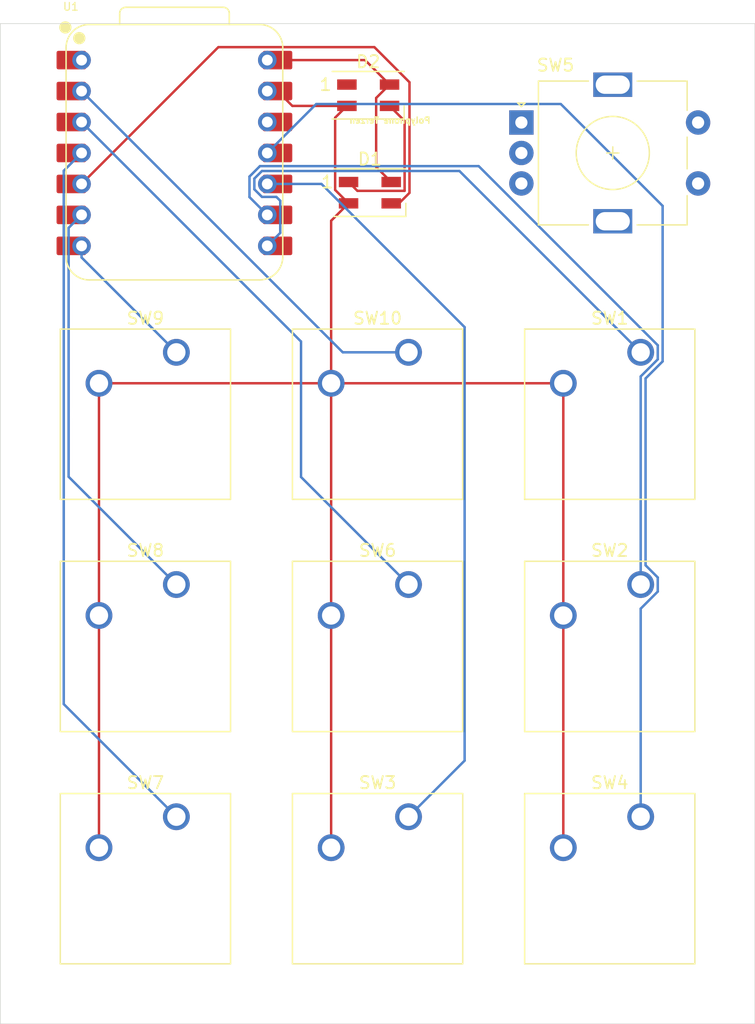
<source format=kicad_pcb>
(kicad_pcb (version 20240108) (generator "pcbnew") (generator_version "8.0")
  (layers (0 "F.Cu" signal) (31 "B.Cu" signal) (34 "B.Paste" user) (35 "F.Paste" user) (36 "B.SilkS" user "B.Silkscreen") (37 "F.SilkS" user "F.Silkscreen") (38 "B.Mask" user) (39 "F.Mask" user) (44 "Edge.Cuts" user))
  (net 0 "")
  (net 1 "Net-(D1-DOUT)")
  (net 2 "+5V")
  (net 3 "Net-(D1-DIN)")
  (net 4 "GND")
  (net 6 "Net-(U1-GPIO1{slash}RX)")
  (net 7 "Net-(U1-GPIO2{slash}SCK)")
  (net 8 "Net-(U1-GPIO4{slash}MISO)")
  (net 9 "Net-(U1-GPIO3{slash}MOSI)")
  (net 11 "Net-(U1-GPIO28{slash}ADC2{slash}A2)")
  (net 12 "Net-(U1-GPIO29{slash}ADC3{slash}A3)")
  (net 13 "Net-(U1-GPIO7{slash}SCL)")
  (net 14 "Net-(U1-GPIO0{slash}TX)")
  (net 16 "Net-(U1-GPIO27{slash}ADC1{slash}A1)")
  (footprint "Button_Switch_Keyboard:SW_Cherry_MX_1.00u_PCB" (layer "F.Cu") (at 81.12125 106.83875)
    (property "Reference" "SW3" (at -2.54 -2.794 0) (layer "F.SilkS"))
    (property "Value" "SW_Push")
    (fp_line (start -9.525 -1.905) (end 4.445 -1.905) (stroke (width 0.12)) (layer "F.SilkS"))
    (fp_line (start -9.525 12.065) (end -9.525 -1.905) (stroke (width 0.12)) (layer "F.SilkS"))
    (fp_line (start 4.445 -1.905) (end 4.445 12.065) (stroke (width 0.12)) (layer "F.SilkS"))
    (fp_line (start 4.445 12.065) (end -9.525 12.065) (stroke (width 0.12)) (layer "F.SilkS"))
    (pad "" np_thru_hole circle (at -7.62 5.08) (size 1.7 1.7) (drill 1.7) (layers "*.Cu" "*.Mask"))
    (pad "" np_thru_hole circle (at -2.54 5.08) (size 4 4) (drill 4) (layers "*.Cu" "*.Mask"))
    (pad "" np_thru_hole circle (at 2.54 5.08) (size 1.7 1.7) (drill 1.7) (layers "*.Cu" "*.Mask"))
    (pad "1" thru_hole circle (at 0 0) (size 2.2 2.2) (drill 1.5) (layers "*.Cu" "*.Mask") (net 8 "Net-(U1-GPIO4{slash}MISO)"))
    (pad "2" thru_hole circle (at -6.35 2.54) (size 2.2 2.2) (drill 1.5) (layers "*.Cu" "*.Mask") (net 4 "GND"))
  )
  (footprint "Button_Switch_Keyboard:SW_Cherry_MX_1.00u_PCB" (layer "F.Cu") (at 100.17125 68.73875)
    (property "Reference" "SW1" (at -2.54 -2.794 0) (layer "F.SilkS"))
    (property "Value" "SW_Push")
    (fp_line (start -9.525 -1.905) (end 4.445 -1.905) (stroke (width 0.12)) (layer "F.SilkS"))
    (fp_line (start -9.525 12.065) (end -9.525 -1.905) (stroke (width 0.12)) (layer "F.SilkS"))
    (fp_line (start 4.445 -1.905) (end 4.445 12.065) (stroke (width 0.12)) (layer "F.SilkS"))
    (fp_line (start 4.445 12.065) (end -9.525 12.065) (stroke (width 0.12)) (layer "F.SilkS"))
    (pad "" np_thru_hole circle (at -7.62 5.08) (size 1.7 1.7) (drill 1.7) (layers "*.Cu" "*.Mask"))
    (pad "" np_thru_hole circle (at -2.54 5.08) (size 4 4) (drill 4) (layers "*.Cu" "*.Mask"))
    (pad "" np_thru_hole circle (at 2.54 5.08) (size 1.7 1.7) (drill 1.7) (layers "*.Cu" "*.Mask"))
    (pad "1" thru_hole circle (at 0 0) (size 2.2 2.2) (drill 1.5) (layers "*.Cu" "*.Mask") (net 6 "Net-(U1-GPIO1{slash}RX)"))
    (pad "2" thru_hole circle (at -6.35 2.54) (size 2.2 2.2) (drill 1.5) (layers "*.Cu" "*.Mask") (net 4 "GND"))
  )
  (footprint "Button_Switch_Keyboard:SW_Cherry_MX_1.00u_PCB" (layer "F.Cu") (at 81.12125 68.73875)
    (property "Reference" "SW10" (at -2.54 -2.794 0) (layer "F.SilkS"))
    (property "Value" "SW_Push")
    (fp_line (start -9.525 -1.905) (end 4.445 -1.905) (stroke (width 0.12)) (layer "F.SilkS"))
    (fp_line (start -9.525 12.065) (end -9.525 -1.905) (stroke (width 0.12)) (layer "F.SilkS"))
    (fp_line (start 4.445 -1.905) (end 4.445 12.065) (stroke (width 0.12)) (layer "F.SilkS"))
    (fp_line (start 4.445 12.065) (end -9.525 12.065) (stroke (width 0.12)) (layer "F.SilkS"))
    (pad "" np_thru_hole circle (at -7.62 5.08) (size 1.7 1.7) (drill 1.7) (layers "*.Cu" "*.Mask"))
    (pad "" np_thru_hole circle (at -2.54 5.08) (size 4 4) (drill 4) (layers "*.Cu" "*.Mask"))
    (pad "" np_thru_hole circle (at 2.54 5.08) (size 1.7 1.7) (drill 1.7) (layers "*.Cu" "*.Mask"))
    (pad "1" thru_hole circle (at 0 0) (size 2.2 2.2) (drill 1.5) (layers "*.Cu" "*.Mask") (net 16 "Net-(U1-GPIO27{slash}ADC1{slash}A1)"))
    (pad "2" thru_hole circle (at -6.35 2.54) (size 2.2 2.2) (drill 1.5) (layers "*.Cu" "*.Mask") (net 4 "GND"))
  )
  (footprint "LED_SMD:LED_SK6812MINI_PLCC4_3.5x3.5mm_P1.75mm" (layer "F.Cu") (at 77.95 55.64375)
    (property "Reference" "D1" (at 0 -2.75 0) (layer "F.SilkS"))
    (property "Value" "SK6812MINI")
    (fp_line (start -2.95 -1.95) (end 2.95 -1.95) (stroke (width 0.12)) (layer "F.SilkS"))
    (fp_line (start -2.95 1.95) (end 2.95 1.95) (stroke (width 0.12)) (layer "F.SilkS"))
    (fp_line (start 2.95 1.95) (end 2.95 0.875) (stroke (width 0.12)) (layer "F.SilkS"))
    (fp_text user "1" (at -3.5 -0.875 0) (layer "F.SilkS"))
    (pad "1" smd rect (at -1.75 -0.875) (size 1.6 0.85) (layers "F.Cu" "F.Paste" "F.Mask") (net 1 "Net-(D1-DOUT)"))
    (pad "2" smd rect (at -1.75 0.875) (size 1.6 0.85) (layers "F.Cu" "F.Paste" "F.Mask") (net 4 "GND"))
    (pad "3" smd rect (at 1.75 0.875) (size 1.6 0.85) (layers "F.Cu" "F.Paste" "F.Mask") (net 3 "Net-(D1-DIN)"))
    (pad "4" smd rect (at 1.75 -0.875) (size 1.6 0.85) (layers "F.Cu" "F.Paste" "F.Mask") (net 2 "+5V"))
  )
  (footprint "Rotary_Encoder:RotaryEncoder_Alps_EC11E-Switch_Vertical_H20mm" (layer "F.Cu") (at 90.38125 49.8875)
    (property "Reference" "SW5" (at 2.8 -4.7 0) (layer "F.SilkS"))
    (property "Value" "RotaryEncoder")
    (fp_line (start -0.3 -1.6) (end 0.3 -1.6) (stroke (width 0.12)) (layer "F.SilkS"))
    (fp_line (start 0 -1.3) (end -0.3 -1.6) (stroke (width 0.12)) (layer "F.SilkS"))
    (fp_line (start 0.3 -1.6) (end 0 -1.3) (stroke (width 0.12)) (layer "F.SilkS"))
    (fp_line (start 1.4 -3.4) (end 1.4 8.4) (stroke (width 0.12)) (layer "F.SilkS"))
    (fp_line (start 5.5 -3.4) (end 1.4 -3.4) (stroke (width 0.12)) (layer "F.SilkS"))
    (fp_line (start 5.5 8.4) (end 1.4 8.4) (stroke (width 0.12)) (layer "F.SilkS"))
    (fp_line (start 7 2.5) (end 8 2.5) (stroke (width 0.12)) (layer "F.SilkS"))
    (fp_line (start 7.5 2) (end 7.5 3) (stroke (width 0.12)) (layer "F.SilkS"))
    (fp_line (start 9.5 -3.4) (end 13.6 -3.4) (stroke (width 0.12)) (layer "F.SilkS"))
    (fp_line (start 13.6 -3.4) (end 13.6 -1) (stroke (width 0.12)) (layer "F.SilkS"))
    (fp_line (start 13.6 1.2) (end 13.6 3.8) (stroke (width 0.12)) (layer "F.SilkS"))
    (fp_line (start 13.6 6) (end 13.6 8.4) (stroke (width 0.12)) (layer "F.SilkS"))
    (fp_line (start 13.6 8.4) (end 9.5 8.4) (stroke (width 0.12)) (layer "F.SilkS"))
    (fp_circle (center 7.5 2.5) (end 10.5 2.5) (stroke (width 0.12)) (fill none) (layer "F.SilkS"))
    (pad "A" thru_hole rect (at 0 0) (size 2 2) (drill 1) (layers "*.Cu" "*.Mask"))
    (pad "B" thru_hole circle (at 0 5) (size 2 2) (drill 1) (layers "*.Cu" "*.Mask"))
    (pad "C" thru_hole circle (at 0 2.5) (size 2 2) (drill 1) (layers "*.Cu" "*.Mask"))
    (pad "MP" thru_hole rect (at 7.5 -3.1) (size 3.2 2) (drill oval 2.8 1.5) (layers "*.Cu" "*.Mask"))
    (pad "MP" thru_hole rect (at 7.5 8.1) (size 3.2 2) (drill oval 2.8 1.5) (layers "*.Cu" "*.Mask"))
    (pad "S1" thru_hole circle (at 14.5 5) (size 2 2) (drill 1) (layers "*.Cu" "*.Mask"))
    (pad "S2" thru_hole circle (at 14.5 0) (size 2 2) (drill 1) (layers "*.Cu" "*.Mask"))
  )
  (footprint "Button_Switch_Keyboard:SW_Cherry_MX_1.00u_PCB" (layer "F.Cu") (at 100.17125 106.83875)
    (property "Reference" "SW4" (at -2.54 -2.794 0) (layer "F.SilkS"))
    (property "Value" "SW_Push")
    (fp_line (start -9.525 -1.905) (end 4.445 -1.905) (stroke (width 0.12)) (layer "F.SilkS"))
    (fp_line (start -9.525 12.065) (end -9.525 -1.905) (stroke (width 0.12)) (layer "F.SilkS"))
    (fp_line (start 4.445 -1.905) (end 4.445 12.065) (stroke (width 0.12)) (layer "F.SilkS"))
    (fp_line (start 4.445 12.065) (end -9.525 12.065) (stroke (width 0.12)) (layer "F.SilkS"))
    (pad "" np_thru_hole circle (at -7.62 5.08) (size 1.7 1.7) (drill 1.7) (layers "*.Cu" "*.Mask"))
    (pad "" np_thru_hole circle (at -2.54 5.08) (size 4 4) (drill 4) (layers "*.Cu" "*.Mask"))
    (pad "" np_thru_hole circle (at 2.54 5.08) (size 1.7 1.7) (drill 1.7) (layers "*.Cu" "*.Mask"))
    (pad "1" thru_hole circle (at 0 0) (size 2.2 2.2) (drill 1.5) (layers "*.Cu" "*.Mask") (net 9 "Net-(U1-GPIO3{slash}MOSI)"))
    (pad "2" thru_hole circle (at -6.35 2.54) (size 2.2 2.2) (drill 1.5) (layers "*.Cu" "*.Mask") (net 4 "GND"))
  )
  (footprint "LED_SMD:LED_SK6812MINI_PLCC4_3.5x3.5mm_P1.75mm" (layer "F.Cu") (at 77.81426 47.650289)
    (property "Reference" "D2" (at 0 -2.75 0) (layer "F.SilkS"))
    (property "Value" "SK6812MINI")
    (fp_line (start -2.95 -1.95) (end 2.95 -1.95) (stroke (width 0.12)) (layer "F.SilkS"))
    (fp_line (start -2.95 1.95) (end 2.95 1.95) (stroke (width 0.12)) (layer "F.SilkS"))
    (fp_line (start 2.95 1.95) (end 2.95 0.875) (stroke (width 0.12)) (layer "F.SilkS"))
    (fp_text user "1" (at -3.5 -0.875 0) (layer "F.SilkS"))
    (pad "1" smd rect (at -1.75 -0.875) (size 1.6 0.85) (layers "F.Cu" "F.Paste" "F.Mask"))
    (pad "2" smd rect (at -1.75 0.875) (size 1.6 0.85) (layers "F.Cu" "F.Paste" "F.Mask") (net 4 "GND"))
    (pad "3" smd rect (at 1.75 0.875) (size 1.6 0.85) (layers "F.Cu" "F.Paste" "F.Mask") (net 1 "Net-(D1-DOUT)"))
    (pad "4" smd rect (at 1.75 -0.875) (size 1.6 0.85) (layers "F.Cu" "F.Paste" "F.Mask") (net 2 "+5V"))
  )
  (footprint "Button_Switch_Keyboard:SW_Cherry_MX_1.00u_PCB" (layer "F.Cu") (at 62.07125 106.83875)
    (property "Reference" "SW7" (at -2.54 -2.794 0) (layer "F.SilkS"))
    (property "Value" "SW_Push")
    (fp_line (start -9.525 -1.905) (end 4.445 -1.905) (stroke (width 0.12)) (layer "F.SilkS"))
    (fp_line (start -9.525 12.065) (end -9.525 -1.905) (stroke (width 0.12)) (layer "F.SilkS"))
    (fp_line (start 4.445 -1.905) (end 4.445 12.065) (stroke (width 0.12)) (layer "F.SilkS"))
    (fp_line (start 4.445 12.065) (end -9.525 12.065) (stroke (width 0.12)) (layer "F.SilkS"))
    (pad "" np_thru_hole circle (at -7.62 5.08) (size 1.7 1.7) (drill 1.7) (layers "*.Cu" "*.Mask"))
    (pad "" np_thru_hole circle (at -2.54 5.08) (size 4 4) (drill 4) (layers "*.Cu" "*.Mask"))
    (pad "" np_thru_hole circle (at 2.54 5.08) (size 1.7 1.7) (drill 1.7) (layers "*.Cu" "*.Mask"))
    (pad "1" thru_hole circle (at 0 0) (size 2.2 2.2) (drill 1.5) (layers "*.Cu" "*.Mask") (net 12 "Net-(U1-GPIO29{slash}ADC3{slash}A3)"))
    (pad "2" thru_hole circle (at -6.35 2.54) (size 2.2 2.2) (drill 1.5) (layers "*.Cu" "*.Mask") (net 4 "GND"))
  )
  (footprint "Button_Switch_Keyboard:SW_Cherry_MX_1.00u_PCB" (layer "F.Cu") (at 62.07125 87.78875)
    (property "Reference" "SW8" (at -2.54 -2.794 0) (layer "F.SilkS"))
    (property "Value" "SW_Push")
    (fp_line (start -9.525 -1.905) (end 4.445 -1.905) (stroke (width 0.12)) (layer "F.SilkS"))
    (fp_line (start -9.525 12.065) (end -9.525 -1.905) (stroke (width 0.12)) (layer "F.SilkS"))
    (fp_line (start 4.445 -1.905) (end 4.445 12.065) (stroke (width 0.12)) (layer "F.SilkS"))
    (fp_line (start 4.445 12.065) (end -9.525 12.065) (stroke (width 0.12)) (layer "F.SilkS"))
    (pad "" np_thru_hole circle (at -7.62 5.08) (size 1.7 1.7) (drill 1.7) (layers "*.Cu" "*.Mask"))
    (pad "" np_thru_hole circle (at -2.54 5.08) (size 4 4) (drill 4) (layers "*.Cu" "*.Mask"))
    (pad "" np_thru_hole circle (at 2.54 5.08) (size 1.7 1.7) (drill 1.7) (layers "*.Cu" "*.Mask"))
    (pad "1" thru_hole circle (at 0 0) (size 2.2 2.2) (drill 1.5) (layers "*.Cu" "*.Mask") (net 13 "Net-(U1-GPIO7{slash}SCL)"))
    (pad "2" thru_hole circle (at -6.35 2.54) (size 2.2 2.2) (drill 1.5) (layers "*.Cu" "*.Mask") (net 4 "GND"))
  )
  (footprint "Button_Switch_Keyboard:SW_Cherry_MX_1.00u_PCB" (layer "F.Cu") (at 100.17125 87.78875)
    (property "Reference" "SW2" (at -2.54 -2.794 0) (layer "F.SilkS"))
    (property "Value" "SW_Push")
    (fp_line (start -9.525 -1.905) (end 4.445 -1.905) (stroke (width 0.12)) (layer "F.SilkS"))
    (fp_line (start -9.525 12.065) (end -9.525 -1.905) (stroke (width 0.12)) (layer "F.SilkS"))
    (fp_line (start 4.445 -1.905) (end 4.445 12.065) (stroke (width 0.12)) (layer "F.SilkS"))
    (fp_line (start 4.445 12.065) (end -9.525 12.065) (stroke (width 0.12)) (layer "F.SilkS"))
    (pad "" np_thru_hole circle (at -7.62 5.08) (size 1.7 1.7) (drill 1.7) (layers "*.Cu" "*.Mask"))
    (pad "" np_thru_hole circle (at -2.54 5.08) (size 4 4) (drill 4) (layers "*.Cu" "*.Mask"))
    (pad "" np_thru_hole circle (at 2.54 5.08) (size 1.7 1.7) (drill 1.7) (layers "*.Cu" "*.Mask"))
    (pad "1" thru_hole circle (at 0 0) (size 2.2 2.2) (drill 1.5) (layers "*.Cu" "*.Mask") (net 7 "Net-(U1-GPIO2{slash}SCK)"))
    (pad "2" thru_hole circle (at -6.35 2.54) (size 2.2 2.2) (drill 1.5) (layers "*.Cu" "*.Mask") (net 4 "GND"))
  )
  (footprint "OPL:XIAO-RP2040-DIP" (layer "F.Cu") (at 61.9125 52.3875)
    (property "Reference" "U1" (at -8.5 -12 0) (layer "F.SilkS") (effects (font (size 0.635 0.635) (thickness 0.1016))))
    (property "Value" "XIAO-RP2040-DIP")
    (fp_line (start -8.89 8.509) (end -8.89 -8.636) (stroke (width 0.127)) (layer "F.SilkS"))
    (fp_line (start -6.985 10.414) (end 6.985 10.414) (stroke (width 0.127)) (layer "F.SilkS"))
    (fp_line (start -4.495 -10.541) (end -4.491272 -11.451272) (stroke (width 0.127)) (layer "F.SilkS"))
    (fp_line (start -3.991272 -11.951) (end 4.004 -11.951) (stroke (width 0.127)) (layer "F.SilkS"))
    (fp_line (start 4.504 -11.451) (end 4.504 -10.541) (stroke (width 0.127)) (layer "F.SilkS"))
    (fp_line (start 6.985 -10.541) (end -6.985 -10.541) (stroke (width 0.1)) (layer "F.SilkS"))
    (fp_line (start 6.985 -10.541) (end -6.985 -10.541) (stroke (width 0.127)) (layer "F.SilkS"))
    (fp_line (start 8.89 8.509) (end 8.89 -8.636) (stroke (width 0.127)) (layer "F.SilkS"))
    (fp_arc (start -8.89 -8.636) (mid -8.332038 -9.983038) (end -6.985 -10.541) (stroke (width 0.127)) (layer "F.SilkS"))
    (fp_arc (start -6.985 10.414) (mid -8.332038 9.856038) (end -8.89 8.509) (stroke (width 0.127)) (layer "F.SilkS"))
    (fp_arc (start -4.491272 -11.451272) (mid -4.344724 -11.804644) (end -3.991272 -11.951) (stroke (width 0.127)) (layer "F.SilkS"))
    (fp_arc (start 4.004 -11.951) (mid 4.357553 -11.804553) (end 4.504 -11.451) (stroke (width 0.127)) (layer "F.SilkS"))
    (fp_arc (start 6.985 -10.541) (mid 8.332038 -9.983038) (end 8.89 -8.636) (stroke (width 0.127)) (layer "F.SilkS"))
    (fp_arc (start 8.89 8.509) (mid 8.332038 9.856038) (end 6.985 10.414) (stroke (width 0.127)) (layer "F.SilkS"))
    (fp_circle (center -8.95 -10.3) (end -8.95 -10.554) (stroke (width 0.5)) (fill solid) (layer "F.SilkS"))
    (fp_circle (center -7.807 -9.42) (end -7.807 -9.674) (stroke (width 0.5)) (fill solid) (layer "F.SilkS"))
    (pad "1" smd roundrect (at -8.455 -7.62 180) (size 2.432 1.524) (layers "F.Cu" "F.Mask") (roundrect_rratio 0.1))
    (pad "1" thru_hole circle (at -7.62 -7.62 180) (size 1.524 1.524) (drill 0.889) (layers "*.Cu" "*.Mask"))
    (pad "2" smd roundrect (at -8.455 -5.08 180) (size 2.432 1.524) (layers "F.Cu" "F.Mask") (roundrect_rratio 0.1) (net 16 "Net-(U1-GPIO27{slash}ADC1{slash}A1)"))
    (pad "2" thru_hole circle (at -7.62 -5.08 180) (size 1.524 1.524) (drill 0.889) (layers "*.Cu" "*.Mask") (net 16 "Net-(U1-GPIO27{slash}ADC1{slash}A1)"))
    (pad "3" smd roundrect (at -8.455 -2.54 180) (size 2.432 1.524) (layers "F.Cu" "F.Mask") (roundrect_rratio 0.1) (net 11 "Net-(U1-GPIO28{slash}ADC2{slash}A2)"))
    (pad "3" thru_hole circle (at -7.62 -2.54 180) (size 1.524 1.524) (drill 0.889) (layers "*.Cu" "*.Mask") (net 11 "Net-(U1-GPIO28{slash}ADC2{slash}A2)"))
    (pad "4" smd roundrect (at -8.455 0 180) (size 2.432 1.524) (layers "F.Cu" "F.Mask") (roundrect_rratio 0.1) (net 12 "Net-(U1-GPIO29{slash}ADC3{slash}A3)"))
    (pad "4" thru_hole circle (at -7.62 0 180) (size 1.524 1.524) (drill 0.889) (layers "*.Cu" "*.Mask") (net 12 "Net-(U1-GPIO29{slash}ADC3{slash}A3)"))
    (pad "5" smd roundrect (at -8.455 2.54 180) (size 2.432 1.524) (layers "F.Cu" "F.Mask") (roundrect_rratio 0.1) (net 3 "Net-(D1-DIN)"))
    (pad "5" thru_hole circle (at -7.62 2.54 180) (size 1.524 1.524) (drill 0.889) (layers "*.Cu" "*.Mask") (net 3 "Net-(D1-DIN)"))
    (pad "6" smd roundrect (at -8.455 5.08 180) (size 2.432 1.524) (layers "F.Cu" "F.Mask") (roundrect_rratio 0.1) (net 13 "Net-(U1-GPIO7{slash}SCL)"))
    (pad "6" thru_hole circle (at -7.62 5.08 180) (size 1.524 1.524) (drill 0.889) (layers "*.Cu" "*.Mask") (net 13 "Net-(U1-GPIO7{slash}SCL)"))
    (pad "7" smd roundrect (at -8.455 7.62 180) (size 2.432 1.524) (layers "F.Cu" "F.Mask") (roundrect_rratio 0.1) (net 14 "Net-(U1-GPIO0{slash}TX)"))
    (pad "7" thru_hole circle (at -7.62 7.62 180) (size 1.524 1.524) (drill 0.889) (layers "*.Cu" "*.Mask") (net 14 "Net-(U1-GPIO0{slash}TX)"))
    (pad "8" thru_hole circle (at 7.62 7.62) (size 1.524 1.524) (drill 0.889) (layers "*.Cu" "*.Mask") (net 6 "Net-(U1-GPIO1{slash}RX)"))
    (pad "8" smd roundrect (at 8.455 7.62) (size 2.432 1.524) (layers "F.Cu" "F.Mask") (roundrect_rratio 0.1) (net 6 "Net-(U1-GPIO1{slash}RX)"))
    (pad "9" thru_hole circle (at 7.62 5.08) (size 1.524 1.524) (drill 0.889) (layers "*.Cu" "*.Mask") (net 7 "Net-(U1-GPIO2{slash}SCK)"))
    (pad "9" smd roundrect (at 8.455 5.08) (size 2.432 1.524) (layers "F.Cu" "F.Mask") (roundrect_rratio 0.1) (net 7 "Net-(U1-GPIO2{slash}SCK)"))
    (pad "10" thru_hole circle (at 7.62 2.54) (size 1.524 1.524) (drill 0.889) (layers "*.Cu" "*.Mask") (net 8 "Net-(U1-GPIO4{slash}MISO)"))
    (pad "10" smd roundrect (at 8.455 2.54) (size 2.432 1.524) (layers "F.Cu" "F.Mask") (roundrect_rratio 0.1) (net 8 "Net-(U1-GPIO4{slash}MISO)"))
    (pad "11" thru_hole circle (at 7.62 0) (size 1.524 1.524) (drill 0.889) (layers "*.Cu" "*.Mask") (net 9 "Net-(U1-GPIO3{slash}MOSI)"))
    (pad "11" smd roundrect (at 8.455 0) (size 2.432 1.524) (layers "F.Cu" "F.Mask") (roundrect_rratio 0.1) (net 9 "Net-(U1-GPIO3{slash}MOSI)"))
    (pad "12" thru_hole circle (at 7.62 -2.54) (size 1.524 1.524) (drill 0.889) (layers "*.Cu" "*.Mask"))
    (pad "12" smd roundrect (at 8.455 -2.54) (size 2.432 1.524) (layers "F.Cu" "F.Mask") (roundrect_rratio 0.1))
    (pad "13" thru_hole circle (at 7.62 -5.08) (size 1.524 1.524) (drill 0.889) (layers "*.Cu" "*.Mask") (net 4 "GND"))
    (pad "13" smd roundrect (at 8.455 -5.08) (size 2.432 1.524) (layers "F.Cu" "F.Mask") (roundrect_rratio 0.1) (net 4 "GND"))
    (pad "14" thru_hole circle (at 7.62 -7.62) (size 1.524 1.524) (drill 0.889) (layers "*.Cu" "*.Mask") (net 2 "+5V"))
    (pad "14" smd roundrect (at 8.455 -7.62) (size 2.432 1.524) (layers "F.Cu" "F.Mask") (roundrect_rratio 0.1) (net 2 "+5V"))
  )
  (footprint "Button_Switch_Keyboard:SW_Cherry_MX_1.00u_PCB" (layer "F.Cu") (at 62.07125 68.73875)
    (property "Reference" "SW9" (at -2.54 -2.794 0) (layer "F.SilkS"))
    (property "Value" "SW_Push")
    (fp_line (start -9.525 -1.905) (end 4.445 -1.905) (stroke (width 0.12)) (layer "F.SilkS"))
    (fp_line (start -9.525 12.065) (end -9.525 -1.905) (stroke (width 0.12)) (layer "F.SilkS"))
    (fp_line (start 4.445 -1.905) (end 4.445 12.065) (stroke (width 0.12)) (layer "F.SilkS"))
    (fp_line (start 4.445 12.065) (end -9.525 12.065) (stroke (width 0.12)) (layer "F.SilkS"))
    (pad "" np_thru_hole circle (at -7.62 5.08) (size 1.7 1.7) (drill 1.7) (layers "*.Cu" "*.Mask"))
    (pad "" np_thru_hole circle (at -2.54 5.08) (size 4 4) (drill 4) (layers "*.Cu" "*.Mask"))
    (pad "" np_thru_hole circle (at 2.54 5.08) (size 1.7 1.7) (drill 1.7) (layers "*.Cu" "*.Mask"))
    (pad "1" thru_hole circle (at 0 0) (size 2.2 2.2) (drill 1.5) (layers "*.Cu" "*.Mask") (net 14 "Net-(U1-GPIO0{slash}TX)"))
    (pad "2" thru_hole circle (at -6.35 2.54) (size 2.2 2.2) (drill 1.5) (layers "*.Cu" "*.Mask") (net 4 "GND"))
  )
  (footprint "Button_Switch_Keyboard:SW_Cherry_MX_1.00u_PCB" (layer "F.Cu") (at 81.12125 87.78875)
    (property "Reference" "SW6" (at -2.54 -2.794 0) (layer "F.SilkS"))
    (property "Value" "SW_Push")
    (fp_line (start -9.525 -1.905) (end 4.445 -1.905) (stroke (width 0.12)) (layer "F.SilkS"))
    (fp_line (start -9.525 12.065) (end -9.525 -1.905) (stroke (width 0.12)) (layer "F.SilkS"))
    (fp_line (start 4.445 -1.905) (end 4.445 12.065) (stroke (width 0.12)) (layer "F.SilkS"))
    (fp_line (start 4.445 12.065) (end -9.525 12.065) (stroke (width 0.12)) (layer "F.SilkS"))
    (pad "" np_thru_hole circle (at -7.62 5.08) (size 1.7 1.7) (drill 1.7) (layers "*.Cu" "*.Mask"))
    (pad "" np_thru_hole circle (at -2.54 5.08) (size 4 4) (drill 4) (layers "*.Cu" "*.Mask"))
    (pad "" np_thru_hole circle (at 2.54 5.08) (size 1.7 1.7) (drill 1.7) (layers "*.Cu" "*.Mask"))
    (pad "1" thru_hole circle (at 0 0) (size 2.2 2.2) (drill 1.5) (layers "*.Cu" "*.Mask") (net 11 "Net-(U1-GPIO28{slash}ADC2{slash}A2)"))
    (pad "2" thru_hole circle (at -6.35 2.54) (size 2.2 2.2) (drill 1.5) (layers "*.Cu" "*.Mask") (net 4 "GND"))
  )
  (gr_rect (start 47.625 41.772658) (end 109.5375 123.825) (stroke (width 0.05)) (fill none) (layer "Edge.Cuts"))
  (gr_text "Polyphone Terzen\n" (at 76.2 50.00625 0) (layer "F.SilkS") (effects (font (size 0.5 0.5) (thickness 0.125) (bold yes)) (justify right bottom mirror)))
  (segment (start 80.8 55.49375) (end 80.8 49.761029) (width 0.2) (layer "F.Cu") (net 1))
  (segment (start 80.8 49.761029) (end 79.56426 48.525289) (width 0.2) (layer "F.Cu") (net 1))
  (segment (start 76.2 54.76875) (end 76.925 55.49375) (width 0.2) (layer "F.Cu") (net 1))
  (segment (start 76.925 55.49375) (end 80.8 55.49375) (width 0.2) (layer "F.Cu") (net 1))
  (segment (start 78.46426 53.53301) (end 78.46426 47.875289) (width 0.2) (layer "F.Cu") (net 2))
  (segment (start 79.7 54.76875) (end 78.46426 53.53301) (width 0.2) (layer "F.Cu") (net 2))
  (segment (start 77.556471 44.7675) (end 69.5325 44.7675) (width 0.2) (layer "F.Cu") (net 2))
  (segment (start 79.56426 46.775289) (end 77.556471 44.7675) (width 0.2) (layer "F.Cu") (net 2))
  (segment (start 78.46426 47.875289) (end 79.56426 46.775289) (width 0.2) (layer "F.Cu") (net 2))
  (segment (start 54.2925 54.9275) (end 65.5145 43.7055) (width 0.2) (layer "F.Cu") (net 3))
  (segment (start 81.2 46.586029) (end 81.2 55.659435) (width 0.2) (layer "F.Cu") (net 3))
  (segment (start 65.5145 43.7055) (end 78.319471 43.7055) (width 0.2) (layer "F.Cu") (net 3))
  (segment (start 81.2 55.659435) (end 80.340685 56.51875) (width 0.2) (layer "F.Cu") (net 3))
  (segment (start 78.319471 43.7055) (end 81.2 46.586029) (width 0.2) (layer "F.Cu") (net 3))
  (segment (start 80.340685 56.51875) (end 79.7 56.51875) (width 0.2) (layer "F.Cu") (net 3))
  (segment (start 76.2 56.51875) (end 75.1 55.41875) (width 0.2) (layer "F.Cu") (net 4))
  (segment (start 74.77125 71.27875) (end 74.77125 57.9475) (width 0.2) (layer "F.Cu") (net 4))
  (segment (start 74.77125 109.37875) (end 74.77125 71.27875) (width 0.2) (layer "F.Cu") (net 4))
  (segment (start 75.1 49.489549) (end 76.06426 48.525289) (width 0.2) (layer "F.Cu") (net 4))
  (segment (start 93.82125 109.37875) (end 93.82125 71.27875) (width 0.2) (layer "F.Cu") (net 4))
  (segment (start 71.585289 48.525289) (end 70.3675 47.3075) (width 0.2) (layer "F.Cu") (net 4))
  (segment (start 74.77125 57.9475) (end 76.2 56.51875) (width 0.2) (layer "F.Cu") (net 4))
  (segment (start 55.72125 90.32875) (end 55.72125 71.27875) (width 0.2) (layer "F.Cu") (net 4))
  (segment (start 93.82125 71.27875) (end 55.72125 71.27875) (width 0.2) (layer "F.Cu") (net 4))
  (segment (start 55.72125 109.37875) (end 55.72125 90.32875) (width 0.2) (layer "F.Cu") (net 4))
  (segment (start 76.06426 48.525289) (end 71.585289 48.525289) (width 0.2) (layer "F.Cu") (net 4))
  (segment (start 75.1 55.41875) (end 75.1 49.489549) (width 0.2) (layer "F.Cu") (net 4))
  (segment (start 70.5945 56.307) (end 70.5945 58.9455) (width 0.2) (layer "B.Cu") (net 6))
  (segment (start 85.298 53.8655) (end 69.092605 53.8655) (width 0.2) (layer "B.Cu") (net 6))
  (segment (start 100.17125 68.73875) (end 85.298 53.8655) (width 0.2) (layer "B.Cu") (net 6))
  (segment (start 68.4705 54.487605) (end 68.4705 55.367395) (width 0.2) (layer "B.Cu") (net 6))
  (segment (start 68.4705 55.367395) (end 69.092605 55.9895) (width 0.2) (layer "B.Cu") (net 6))
  (segment (start 70.5945 58.9455) (end 69.5325 60.0075) (width 0.2) (layer "B.Cu") (net 6))
  (segment (start 70.277 55.9895) (end 70.5945 56.307) (width 0.2) (layer "B.Cu") (net 6))
  (segment (start 69.092605 53.8655) (end 68.4705 54.487605) (width 0.2) (layer "B.Cu") (net 6))
  (segment (start 69.092605 55.9895) (end 70.277 55.9895) (width 0.2) (layer "B.Cu") (net 6))
  (segment (start 100.17125 87.78875) (end 100.17125 70.718649) (width 0.2) (layer "B.Cu") (net 7))
  (segment (start 68.0705 54.32192) (end 68.0705 56.0055) (width 0.2) (layer "B.Cu") (net 7))
  (segment (start 101.57125 69.318649) (end 101.57125 68.158851) (width 0.2) (layer "B.Cu") (net 7))
  (segment (start 68.926919 53.4655) (end 68.0705 54.32192) (width 0.2) (layer "B.Cu") (net 7))
  (segment (start 100.17125 70.718649) (end 101.57125 69.318649) (width 0.2) (layer "B.Cu") (net 7))
  (segment (start 68.0705 56.0055) (end 69.5325 57.4675) (width 0.2) (layer "B.Cu") (net 7))
  (segment (start 86.877899 53.4655) (end 68.926919 53.4655) (width 0.2) (layer "B.Cu") (net 7))
  (segment (start 101.57125 68.158851) (end 86.877899 53.4655) (width 0.2) (layer "B.Cu") (net 7))
  (segment (start 85.725 66.675) (end 73.9775 54.9275) (width 0.2) (layer "B.Cu") (net 8))
  (segment (start 73.9775 54.9275) (end 69.5325 54.9275) (width 0.2) (layer "B.Cu") (net 8))
  (segment (start 85.725 102.235) (end 85.725 66.675) (width 0.2) (layer "B.Cu") (net 8))
  (segment (start 81.12125 106.83875) (end 85.725 102.235) (width 0.2) (layer "B.Cu") (net 8))
  (segment (start 100.17125 89.768649) (end 101.57125 88.368649) (width 0.2) (layer "B.Cu") (net 9))
  (segment (start 101.57125 88.368649) (end 101.57125 87.208851) (width 0.2) (layer "B.Cu") (net 9))
  (segment (start 101.57125 87.208851) (end 100.57125 86.208851) (width 0.2) (layer "B.Cu") (net 9))
  (segment (start 100.57125 70.884335) (end 101.97125 69.484334) (width 0.2) (layer "B.Cu") (net 9))
  (segment (start 100.57125 86.208851) (end 100.57125 70.884335) (width 0.2) (layer "B.Cu") (net 9))
  (segment (start 101.97125 69.484334) (end 101.97125 56.7275) (width 0.2) (layer "B.Cu") (net 9))
  (segment (start 100.17125 106.83875) (end 100.17125 89.768649) (width 0.2) (layer "B.Cu") (net 9))
  (segment (start 73.5505 48.3695) (end 69.5325 52.3875) (width 0.2) (layer "B.Cu") (net 9))
  (segment (start 93.61325 48.3695) (end 73.5505 48.3695) (width 0.2) (layer "B.Cu") (net 9))
  (segment (start 101.97125 56.7275) (end 93.61325 48.3695) (width 0.2) (layer "B.Cu") (net 9))
  (segment (start 72.30125 67.85625) (end 54.2925 49.8475) (width 0.2) (layer "B.Cu") (net 11))
  (segment (start 72.30125 78.96875) (end 72.30125 67.85625) (width 0.2) (layer "B.Cu") (net 11))
  (segment (start 81.12125 87.78875) (end 72.30125 78.96875) (width 0.2) (layer "B.Cu") (net 11))
  (segment (start 52.8305 97.598) (end 52.8305 53.8495) (width 0.2) (layer "B.Cu") (net 12))
  (segment (start 62.07125 106.83875) (end 52.8305 97.598) (width 0.2) (layer "B.Cu") (net 12))
  (segment (start 52.8305 53.8495) (end 54.2925 52.3875) (width 0.2) (layer "B.Cu") (net 12))
  (segment (start 53.2305 78.948) (end 53.2305 58.5295) (width 0.2) (layer "B.Cu") (net 13))
  (segment (start 62.07125 87.78875) (end 53.2305 78.948) (width 0.2) (layer "B.Cu") (net 13))
  (segment (start 53.2305 58.5295) (end 54.2925 57.4675) (width 0.2) (layer "B.Cu") (net 13))
  (segment (start 62.07125 68.73875) (end 54.2925 60.96) (width 0.2) (layer "B.Cu") (net 14))
  (segment (start 54.2925 60.96) (end 54.2925 60.0075) (width 0.2) (layer "B.Cu") (net 14))
  (segment (start 81.12125 68.73875) (end 75.72375 68.73875) (width 0.2) (layer "B.Cu") (net 16))
  (segment (start 75.72375 68.73875) (end 54.2925 47.3075) (width 0.2) (layer "B.Cu") (net 16))
)
</source>
